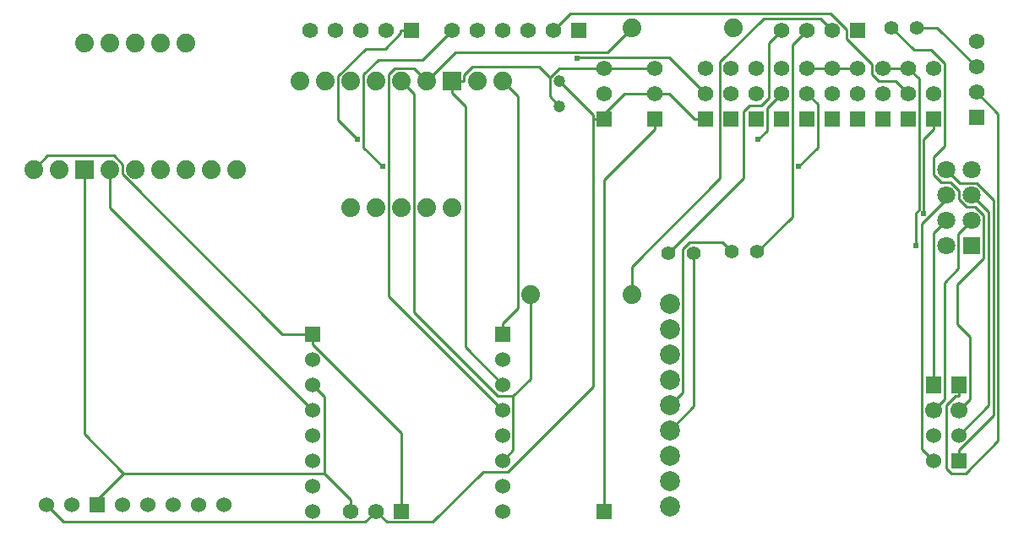
<source format=gbl>
G04 Layer: BottomLayer*
G04 EasyEDA v6.5.23, 2023-05-31 23:13:28*
G04 bcd344b045274ec9933b0a03571c91cc,5f8968b253fc4aed9fc2cb8881c97923,10*
G04 Gerber Generator version 0.2*
G04 Scale: 100 percent, Rotated: No, Reflected: No *
G04 Dimensions in inches *
G04 leading zeros omitted , absolute positions ,3 integer and 6 decimal *
%FSLAX36Y36*%
%MOIN*%

%AMMACRO1*21,1,$1,$2,0,0,$3*%
%ADD10C,0.0100*%
%ADD11C,0.0620*%
%ADD12R,0.0620X0.0620*%
%ADD13C,0.0470*%
%ADD14C,0.0600*%
%ADD15R,0.0600X0.0600*%
%ADD16C,0.0787*%
%ADD17C,0.0551*%
%ADD18R,0.0709X0.0709*%
%ADD19C,0.0709*%
%ADD20C,0.0740*%
%ADD21R,0.0740X0.0740*%
%ADD22MACRO1,0.062X0.062X0.0000*%
%ADD23MACRO1,0.0669X0.062X-90.0000*%
%ADD24C,0.0669*%
%ADD25MACRO1,0.062X0.062X-90.0000*%
%ADD26MACRO1,0.06X0.06X0.0000*%
%ADD27C,0.0240*%
%ADD28C,0.0103*%

%LPD*%
D10*
X504490Y250000D02*
G01*
X1296869Y250000D01*
X400000Y145509D02*
G01*
X504490Y250000D01*
X504490Y250000D02*
G01*
X350000Y404490D01*
X350000Y1450000D01*
X3600000Y1850000D02*
G01*
X3642079Y1807919D01*
X3642079Y1288220D01*
X3631580Y1277719D01*
X3631580Y1150000D01*
X3600000Y1850000D02*
G01*
X3500000Y1850000D01*
X2186009Y1812910D02*
G01*
X2223100Y1850000D01*
X2400000Y1850000D01*
X2225000Y1700000D02*
G01*
X2186009Y1738989D01*
X2186009Y1812910D01*
X2186009Y1812910D02*
G01*
X2144210Y1854710D01*
X1878710Y1854710D01*
X1848010Y1824009D01*
X1848010Y1800000D01*
X1800000Y1800000D02*
G01*
X1848010Y1800000D01*
X2400000Y1850000D02*
G01*
X2600000Y1850000D01*
X1800000Y1800000D02*
G01*
X1800000Y1751990D01*
X2000000Y600000D02*
G01*
X1851920Y748079D01*
X1851920Y1700070D01*
X1800000Y1751990D01*
X3300000Y1850000D02*
G01*
X3200000Y1850000D01*
X3400000Y1850000D02*
G01*
X3300000Y1850000D01*
X1296869Y250000D02*
G01*
X1400000Y146869D01*
X1400000Y100000D01*
X1250000Y600000D02*
G01*
X1296869Y553130D01*
X1296869Y250000D01*
X400000Y125000D02*
G01*
X400000Y145509D01*
X3700000Y1650000D02*
G01*
X3700000Y1607989D01*
X3661400Y1274920D02*
G01*
X3661400Y1569389D01*
X3700000Y1607989D01*
X2378999Y1650000D02*
G01*
X2478999Y1750000D01*
X2600000Y1750000D01*
X2378999Y1650000D02*
G01*
X2357990Y1650000D01*
X2400000Y1650000D02*
G01*
X2378999Y1650000D01*
X1500000Y100000D02*
G01*
X1542079Y57919D01*
X1722690Y57919D01*
X1921999Y257229D01*
X2021440Y257229D01*
X2357990Y593780D01*
X2357990Y1650000D01*
X200000Y125000D02*
G01*
X267130Y57869D01*
X1457870Y57869D01*
X1500000Y100000D01*
X2800000Y1650000D02*
G01*
X2757990Y1650000D01*
X2757990Y1650000D02*
G01*
X2657990Y1750000D01*
X2600000Y1750000D01*
X2225000Y1800000D02*
G01*
X2357990Y1667010D01*
X2357990Y1650000D01*
X1640000Y2000000D02*
G01*
X1597989Y2000000D01*
X1597989Y2000000D02*
G01*
X1597989Y1989499D01*
X1535870Y1927379D01*
X1458630Y1927379D01*
X1350000Y1818750D01*
X1350000Y1645709D01*
X1426220Y1569490D01*
X3008059Y1569490D02*
G01*
X3042079Y1603510D01*
X3042079Y1692080D01*
X3100000Y1750000D01*
X2510000Y2010000D02*
G01*
X2413040Y1913040D01*
X1813040Y1913040D01*
X1700000Y1800000D01*
X1700000Y1800000D02*
G01*
X1650649Y1849349D01*
X1574409Y1849349D01*
X1550060Y1825000D01*
X1550060Y949940D01*
X2000000Y500000D01*
X450000Y1450000D02*
G01*
X450000Y1300000D01*
X1250000Y500000D01*
X2041250Y555259D02*
G01*
X1981180Y555259D01*
X1650000Y886439D01*
X1650000Y1750000D01*
X1600000Y1800000D01*
X2110000Y955000D02*
G01*
X2110000Y624009D01*
X2041250Y555259D01*
X2000000Y300000D02*
G01*
X2041250Y341250D01*
X2041250Y555259D01*
X3635000Y2010000D02*
G01*
X3715000Y2010000D01*
X3870000Y1855000D01*
X2655000Y1120000D02*
G01*
X2950000Y1415000D01*
X2950000Y1678930D01*
X2973320Y1702249D01*
X3021250Y1702249D01*
X3050000Y1730999D01*
X3050000Y1950000D01*
X3100000Y2000000D01*
X3200000Y2000000D02*
G01*
X3144059Y1944059D01*
X3144059Y1264059D01*
X3005000Y1125000D01*
X3300000Y2000000D02*
G01*
X3254390Y2045610D01*
X3029309Y2045610D01*
X2857920Y1874220D01*
X2857920Y1414740D01*
X2510000Y1066819D01*
X2510000Y955000D01*
X3700000Y500000D02*
G01*
X3742079Y542080D01*
X3742079Y1003829D01*
X3796689Y1058440D01*
X3796689Y1196689D01*
X3850000Y1250000D01*
X3750000Y1250000D02*
G01*
X3700000Y1200000D01*
X3700000Y600000D01*
X3535000Y2010000D02*
G01*
X3623170Y1921830D01*
X3690060Y1921830D01*
X3742079Y1869810D01*
X3742079Y1541680D01*
X3700029Y1499630D01*
X3700029Y1428580D01*
X3728580Y1400030D01*
X3767060Y1400030D01*
X3799970Y1367120D01*
X3799970Y1333389D01*
X3829859Y1303499D01*
X3863590Y1303499D01*
X3896509Y1270580D01*
X3896509Y1099169D01*
X3792520Y995180D01*
X3792520Y837550D01*
X3842079Y787989D01*
X3842079Y542080D01*
X3800000Y500000D01*
X3800000Y600000D02*
G01*
X3800000Y555529D01*
X3870000Y1755000D02*
G01*
X3954849Y1670149D01*
X3954849Y379189D01*
X3825590Y249929D01*
X3768890Y249929D01*
X3750000Y268820D01*
X3750000Y520120D01*
X3785410Y555529D01*
X3800000Y555529D01*
X2755000Y1120000D02*
G01*
X2755000Y515000D01*
X2660000Y420000D01*
X2905000Y1125000D02*
G01*
X2867759Y1162240D01*
X2737579Y1162240D01*
X2710460Y1135120D01*
X2710460Y570459D01*
X2660000Y520000D01*
X3700000Y300000D02*
G01*
X3654880Y345120D01*
X3654880Y1235770D01*
X3750000Y1330889D01*
X3750000Y1350000D01*
X3800000Y300000D02*
G01*
X3800000Y341010D01*
X3800000Y341010D02*
G01*
X3937449Y478460D01*
X3937449Y1330599D01*
X3871540Y1396509D01*
X3803490Y1396509D01*
X3750000Y1450000D01*
X3850000Y1350000D02*
G01*
X3917799Y1282199D01*
X3917799Y517800D01*
X3800000Y400000D01*
X2200000Y2000000D02*
G01*
X2265590Y2065590D01*
X3294499Y2065590D01*
X3357929Y2002159D01*
X3357929Y1964409D01*
X3457920Y1864420D01*
X3457920Y1826100D01*
X3484020Y1800000D01*
X3550000Y1800000D01*
X3600000Y1750000D01*
X2800000Y1750000D02*
G01*
X2656610Y1893389D01*
X2296830Y1893389D01*
X2293339Y1889899D01*
X2000000Y800000D02*
G01*
X2000000Y841010D01*
X2000000Y841010D02*
G01*
X2061069Y902080D01*
X2061069Y1738930D01*
X2000000Y1800000D01*
X150000Y1450000D02*
G01*
X204110Y1504110D01*
X465279Y1504110D01*
X500000Y1469389D01*
X500000Y1431480D01*
X1131480Y800000D01*
X1250000Y800000D01*
X1250000Y800000D02*
G01*
X1250000Y758989D01*
X1250000Y758989D02*
G01*
X1600000Y408989D01*
X1600000Y100000D01*
X1800000Y2000000D02*
G01*
X1683590Y1883589D01*
X1509210Y1883589D01*
X1450000Y1824380D01*
X1450000Y1537350D01*
X1526210Y1461140D01*
X3167129Y1461140D02*
G01*
X3242079Y1536089D01*
X3242079Y1707919D01*
X3200000Y1750000D01*
X2600000Y1650000D02*
G01*
X2600000Y1607989D01*
X2400000Y100000D02*
G01*
X2400000Y1407989D01*
X2600000Y1607989D01*
D11*
G01*
X2600000Y1850000D03*
G01*
X2600000Y1750000D03*
D12*
G01*
X2600000Y1650000D03*
D11*
G01*
X2400000Y1850000D03*
G01*
X2400000Y1750000D03*
D12*
G01*
X2400000Y1650000D03*
D11*
G01*
X2800000Y1850000D03*
G01*
X2800000Y1750000D03*
D12*
G01*
X2800000Y1650000D03*
D11*
G01*
X2900000Y1850000D03*
G01*
X2900000Y1750000D03*
D12*
G01*
X2900000Y1650000D03*
D11*
G01*
X3000000Y1850000D03*
G01*
X3000000Y1750000D03*
D12*
G01*
X3000000Y1650000D03*
D11*
G01*
X3100000Y1850000D03*
G01*
X3100000Y1750000D03*
D12*
G01*
X3100000Y1650000D03*
D11*
G01*
X3200000Y1850000D03*
G01*
X3200000Y1750000D03*
D12*
G01*
X3200000Y1650000D03*
D11*
G01*
X3300000Y1850000D03*
G01*
X3300000Y1750000D03*
D12*
G01*
X3300000Y1650000D03*
D11*
G01*
X3400000Y1850000D03*
G01*
X3400000Y1750000D03*
D12*
G01*
X3400000Y1650000D03*
D11*
G01*
X3500000Y1850000D03*
G01*
X3500000Y1750000D03*
D12*
G01*
X3500000Y1650000D03*
D11*
G01*
X3600000Y1850000D03*
G01*
X3600000Y1750000D03*
D12*
G01*
X3600000Y1650000D03*
D11*
G01*
X3700000Y1850000D03*
G01*
X3700000Y1750000D03*
D12*
G01*
X3700000Y1650000D03*
D13*
G01*
X2225000Y1700000D03*
G01*
X2225000Y1800000D03*
D14*
G01*
X900000Y125000D03*
G01*
X800000Y125000D03*
G01*
X700000Y125000D03*
G01*
X600000Y125000D03*
G01*
X500000Y125000D03*
D15*
G01*
X400000Y125000D03*
D14*
G01*
X300000Y125000D03*
G01*
X200000Y125000D03*
D16*
G01*
X2660000Y920000D03*
G01*
X2660000Y820000D03*
G01*
X2660000Y720000D03*
G01*
X2660000Y620000D03*
G01*
X2660000Y520000D03*
G01*
X2660000Y420000D03*
G01*
X2660000Y320000D03*
G01*
X2660000Y220000D03*
G01*
X2660000Y120000D03*
D12*
G01*
X3870000Y1655000D03*
D11*
G01*
X3870000Y1755000D03*
G01*
X3870000Y1855000D03*
G01*
X3870000Y1955000D03*
D17*
G01*
X3635000Y2010000D03*
G01*
X3535000Y2010000D03*
G01*
X2905000Y1125000D03*
G01*
X3005000Y1125000D03*
G01*
X2655000Y1120000D03*
G01*
X2755000Y1120000D03*
D18*
G01*
X3850000Y1150100D03*
D19*
G01*
X3750000Y1150000D03*
G01*
X3850000Y1250000D03*
G01*
X3750000Y1250000D03*
G01*
X3850000Y1350000D03*
G01*
X3750000Y1350000D03*
G01*
X3850000Y1450000D03*
G01*
X3750000Y1450000D03*
D20*
G01*
X2510000Y955000D03*
G01*
X2110000Y955000D03*
G01*
X2910000Y2010000D03*
G01*
X2510000Y2010000D03*
G01*
X2000000Y1800000D03*
G01*
X1800000Y1300000D03*
G01*
X1700000Y1300000D03*
G01*
X1600000Y1300000D03*
G01*
X1400000Y1300000D03*
G01*
X1500000Y1300000D03*
G01*
X1400000Y1800000D03*
G01*
X1500000Y1800000D03*
G01*
X1200000Y1800000D03*
G01*
X1300000Y1800000D03*
G01*
X1700000Y1800000D03*
G01*
X1600000Y1800000D03*
G01*
X1900000Y1800000D03*
D21*
G01*
X1800000Y1800000D03*
D20*
G01*
X150000Y1450000D03*
G01*
X350000Y1950000D03*
G01*
X450000Y1950000D03*
G01*
X550000Y1950000D03*
G01*
X750000Y1950000D03*
G01*
X650000Y1950000D03*
G01*
X750000Y1450000D03*
G01*
X650000Y1450000D03*
G01*
X950000Y1450000D03*
G01*
X850000Y1450000D03*
G01*
X450000Y1450000D03*
G01*
X550000Y1450000D03*
G01*
X250000Y1450000D03*
D21*
G01*
X350000Y1450000D03*
D15*
G01*
X1250000Y800000D03*
D14*
G01*
X1250000Y700000D03*
G01*
X1250000Y600000D03*
G01*
X1250000Y500000D03*
G01*
X1250000Y400000D03*
G01*
X1250000Y300000D03*
G01*
X1250000Y200000D03*
G01*
X1250000Y100000D03*
D15*
G01*
X2000000Y800000D03*
D14*
G01*
X2000000Y700000D03*
G01*
X2000000Y600000D03*
G01*
X2000000Y500000D03*
G01*
X2000000Y400000D03*
G01*
X2000000Y300000D03*
G01*
X2000000Y200000D03*
G01*
X2000000Y100000D03*
D11*
G01*
X1400000Y100000D03*
G01*
X1500000Y100000D03*
D22*
G01*
X1600000Y100000D03*
D11*
G01*
X1240000Y2000000D03*
G01*
X1340000Y2000000D03*
G01*
X1440000Y2000000D03*
G01*
X1540000Y2000000D03*
D22*
G01*
X1640000Y2000000D03*
D11*
G01*
X1800000Y2000000D03*
G01*
X1900000Y2000000D03*
G01*
X2000000Y2000000D03*
G01*
X2100000Y2000000D03*
G01*
X2200000Y2000000D03*
D22*
G01*
X2300000Y2000000D03*
D23*
G01*
X3800000Y599999D03*
D24*
G01*
X3800000Y500000D03*
D23*
G01*
X3700000Y599999D03*
D24*
G01*
X3700000Y500000D03*
D25*
G01*
X2400000Y100000D03*
D22*
G01*
X3400000Y2000000D03*
D11*
G01*
X3300000Y2000000D03*
G01*
X3200000Y2000000D03*
G01*
X3100000Y2000000D03*
D26*
G01*
X3800000Y300000D03*
D14*
G01*
X3800000Y400000D03*
G01*
X3700000Y300000D03*
G01*
X3700000Y400000D03*
D27*
G01*
X3631580Y1150000D03*
G01*
X3661400Y1274920D03*
G01*
X3008059Y1569490D03*
G01*
X1426220Y1569490D03*
G01*
X2293339Y1889899D03*
G01*
X3167129Y1461140D03*
G01*
X1526210Y1461140D03*
M02*

</source>
